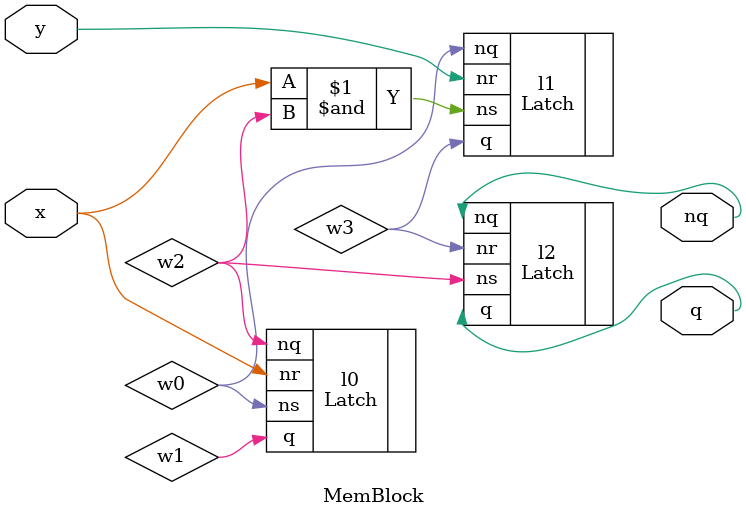
<source format=v>
module MemBlock(
	input x,
	input y,
	output q,
	output nq
);
    wire w0; 
    wire w1;
    wire w2;
    wire w3;

    // latch at top of diagram
	Latch l0(
        .ns(w0),
        .nr(x),
        .q(w1),
        .nq(w2)
    );

    // latch at bottom of page
    Latch l1(
        .ns(x & w2),
        .nr(y),
        .q(w3),
        .nq(w0)
    );

    // latch next to output
    Latch l2(
        .ns(w2),
        .nr(w3),
        .q(q),
        .nq(nq)
    );

endmodule

</source>
